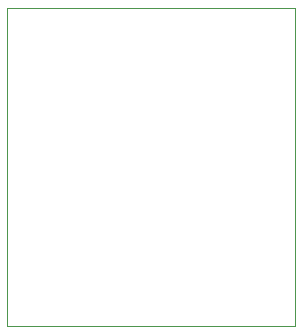
<source format=gko>
G04*
G04 #@! TF.GenerationSoftware,Altium Limited,Altium Designer,19.0.15 (446)*
G04*
G04 Layer_Color=16719868*
%FSLAX25Y25*%
%MOIN*%
G70*
G01*
G75*
%ADD38C,0.00100*%
D38*
X96000Y0D02*
Y106000D01*
X0D02*
X96000D01*
X0Y0D02*
Y106000D01*
Y0D02*
X96000D01*
X0D02*
X96000D01*
M02*

</source>
